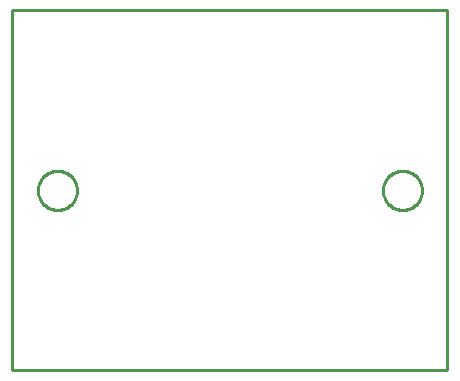
<source format=gbr>
G04 EAGLE Gerber RS-274X export*
G75*
%MOMM*%
%FSLAX34Y34*%
%LPD*%
%IN*%
%IPPOS*%
%AMOC8*
5,1,8,0,0,1.08239X$1,22.5*%
G01*
%ADD10C,0.254000*%


D10*
X0Y0D02*
X368300Y0D01*
X368300Y304800D01*
X0Y304800D01*
X0Y0D01*
X54610Y151860D02*
X54539Y150781D01*
X54398Y149709D01*
X54187Y148649D01*
X53908Y147605D01*
X53560Y146581D01*
X53146Y145583D01*
X52668Y144613D01*
X52128Y143677D01*
X51527Y142778D01*
X50869Y141921D01*
X50157Y141108D01*
X49392Y140344D01*
X48579Y139631D01*
X47722Y138973D01*
X46823Y138372D01*
X45887Y137832D01*
X44917Y137354D01*
X43919Y136940D01*
X42895Y136592D01*
X41851Y136313D01*
X40791Y136102D01*
X39719Y135961D01*
X38640Y135890D01*
X37560Y135890D01*
X36481Y135961D01*
X35409Y136102D01*
X34349Y136313D01*
X33305Y136592D01*
X32281Y136940D01*
X31283Y137354D01*
X30313Y137832D01*
X29377Y138372D01*
X28478Y138973D01*
X27621Y139631D01*
X26808Y140344D01*
X26044Y141108D01*
X25331Y141921D01*
X24673Y142778D01*
X24072Y143677D01*
X23532Y144613D01*
X23054Y145583D01*
X22640Y146581D01*
X22292Y147605D01*
X22013Y148649D01*
X21802Y149709D01*
X21661Y150781D01*
X21590Y151860D01*
X21590Y152940D01*
X21661Y154019D01*
X21802Y155091D01*
X22013Y156151D01*
X22292Y157195D01*
X22640Y158219D01*
X23054Y159217D01*
X23532Y160187D01*
X24072Y161123D01*
X24673Y162022D01*
X25331Y162879D01*
X26044Y163692D01*
X26808Y164457D01*
X27621Y165169D01*
X28478Y165827D01*
X29377Y166428D01*
X30313Y166968D01*
X31283Y167446D01*
X32281Y167860D01*
X33305Y168208D01*
X34349Y168487D01*
X35409Y168698D01*
X36481Y168839D01*
X37560Y168910D01*
X38640Y168910D01*
X39719Y168839D01*
X40791Y168698D01*
X41851Y168487D01*
X42895Y168208D01*
X43919Y167860D01*
X44917Y167446D01*
X45887Y166968D01*
X46823Y166428D01*
X47722Y165827D01*
X48579Y165169D01*
X49392Y164457D01*
X50157Y163692D01*
X50869Y162879D01*
X51527Y162022D01*
X52128Y161123D01*
X52668Y160187D01*
X53146Y159217D01*
X53560Y158219D01*
X53908Y157195D01*
X54187Y156151D01*
X54398Y155091D01*
X54539Y154019D01*
X54610Y152940D01*
X54610Y151860D01*
X346710Y151860D02*
X346639Y150781D01*
X346498Y149709D01*
X346287Y148649D01*
X346008Y147605D01*
X345660Y146581D01*
X345246Y145583D01*
X344768Y144613D01*
X344228Y143677D01*
X343627Y142778D01*
X342969Y141921D01*
X342257Y141108D01*
X341492Y140344D01*
X340679Y139631D01*
X339822Y138973D01*
X338923Y138372D01*
X337987Y137832D01*
X337017Y137354D01*
X336019Y136940D01*
X334995Y136592D01*
X333951Y136313D01*
X332891Y136102D01*
X331819Y135961D01*
X330740Y135890D01*
X329660Y135890D01*
X328581Y135961D01*
X327509Y136102D01*
X326449Y136313D01*
X325405Y136592D01*
X324381Y136940D01*
X323383Y137354D01*
X322413Y137832D01*
X321477Y138372D01*
X320578Y138973D01*
X319721Y139631D01*
X318908Y140344D01*
X318144Y141108D01*
X317431Y141921D01*
X316773Y142778D01*
X316172Y143677D01*
X315632Y144613D01*
X315154Y145583D01*
X314740Y146581D01*
X314392Y147605D01*
X314113Y148649D01*
X313902Y149709D01*
X313761Y150781D01*
X313690Y151860D01*
X313690Y152940D01*
X313761Y154019D01*
X313902Y155091D01*
X314113Y156151D01*
X314392Y157195D01*
X314740Y158219D01*
X315154Y159217D01*
X315632Y160187D01*
X316172Y161123D01*
X316773Y162022D01*
X317431Y162879D01*
X318144Y163692D01*
X318908Y164457D01*
X319721Y165169D01*
X320578Y165827D01*
X321477Y166428D01*
X322413Y166968D01*
X323383Y167446D01*
X324381Y167860D01*
X325405Y168208D01*
X326449Y168487D01*
X327509Y168698D01*
X328581Y168839D01*
X329660Y168910D01*
X330740Y168910D01*
X331819Y168839D01*
X332891Y168698D01*
X333951Y168487D01*
X334995Y168208D01*
X336019Y167860D01*
X337017Y167446D01*
X337987Y166968D01*
X338923Y166428D01*
X339822Y165827D01*
X340679Y165169D01*
X341492Y164457D01*
X342257Y163692D01*
X342969Y162879D01*
X343627Y162022D01*
X344228Y161123D01*
X344768Y160187D01*
X345246Y159217D01*
X345660Y158219D01*
X346008Y157195D01*
X346287Y156151D01*
X346498Y155091D01*
X346639Y154019D01*
X346710Y152940D01*
X346710Y151860D01*
M02*

</source>
